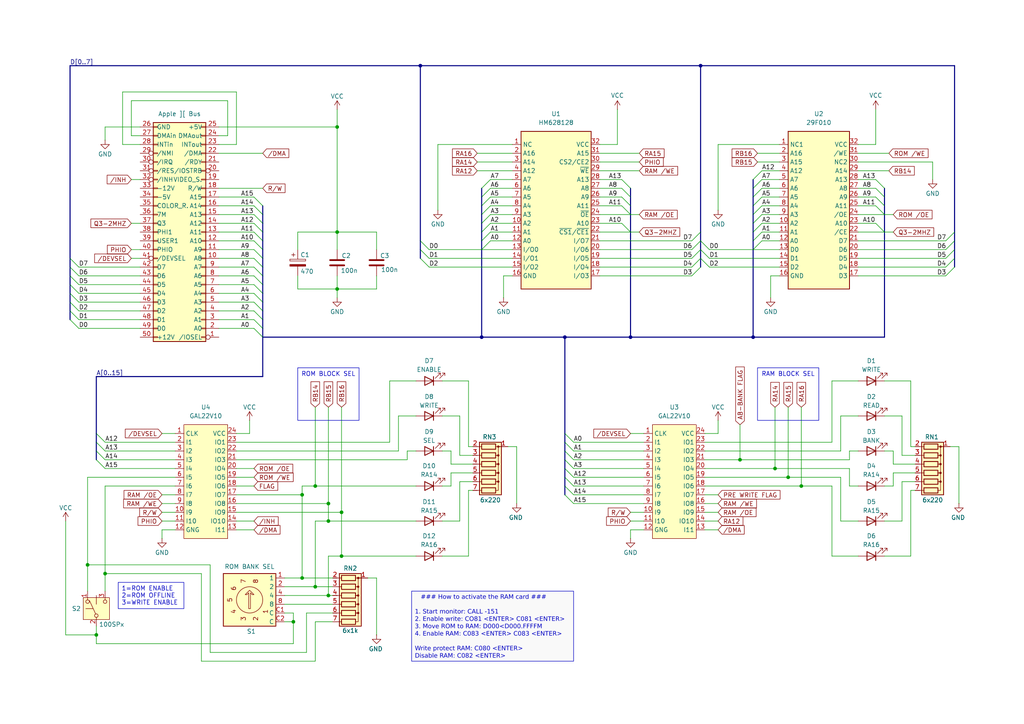
<source format=kicad_sch>
(kicad_sch (version 20250114) (generator "eeschema") (generator_version "9.0")
  (paper "A4")
  (title_block (title "APPLE ][ 128K RAM - 128K ROM  CARD GAL") (date "2025-02-23") (rev "R1"))
  (text_box "RAM BLOCK SEL" (at 219.71 106.68 0) (size 17.78 15.24) (margins 0.9525 0.9525 0.9525 0.9525) (effects (font (size 1.27 1.27)) (justify top)))
  (text_box "ROM BLOCK SEL" (at 86.36 106.68 0) (size 17.78 15.24) (margins 0.9525 0.9525 0.9525 0.9525) (effects (font (size 1.27 1.27)) (justify top)))
  (text_box "1=ROM ENABLE\n2=ROM OFFLINE\n3=WRITE ENABLE" (at 34.29 168.91 0) (size 19.05 7.62) (margins 0.9525 0.9525 0.9525 0.9525) (effects (font (size 1.27 1.27)) (justify left top)))
  (text_box "   ### How to activate the RAM card ###\n\n1. Start monitor: CALL -151\n2. Enable write: CO81 <ENTER> C081 <ENTER>\n3. Move ROM to RAM: D000<D000.FFFFM\n4. Enable RAM: C083 <ENTER> C083 <ENTER>\n\nWrite protect RAM: C080 <ENTER>\nDisable RAM: C082 <ENTER>" (at 119.38 171.45 0) (size 46.99 20.32) (margins 0.9525 0.9525 0.9525 0.9525) (fill (type color) (color 194 194 194 0.1)) (effects (font (size 1.27 1.27)) (justify left top)))
  (junction (at 97.79 83.82))
  (junction (at 139.7 97.79))
  (junction (at 224.79 135.89))
  (junction (at 30.48 166.37))
  (junction (at 214.63 133.35))
  (junction (at 95.25 172.72))
  (junction (at 228.6 138.43))
  (junction (at 25.4 163.83))
  (junction (at 99.06 148.59))
  (junction (at 99.06 161.29))
  (junction (at 91.44 170.18))
  (junction (at 85.09 180.34))
  (junction (at 97.79 36.83))
  (junction (at 97.79 67.31))
  (junction (at 182.88 97.79))
  (junction (at 121.92 19.05))
  (junction (at 27.94 184.15))
  (junction (at 87.63 167.64))
  (junction (at 95.25 146.05))
  (junction (at 163.83 97.79))
  (junction (at 95.25 151.13))
  (junction (at 87.63 143.51))
  (junction (at 232.41 140.97))
  (junction (at 203.2 19.05))
  (junction (at 218.44 97.79))
  (junction (at 91.44 140.97))
  (bus_entry (at 76.2 69.85) (size -2.54 -2.54))
  (bus_entry (at 163.83 128.27) (size 2.54 2.54))
  (bus_entry (at 139.7 69.85) (size 2.54 -2.54))
  (bus_entry (at 76.2 62.23) (size -2.54 -2.54))
  (bus_entry (at 218.44 54.61) (size 2.54 -2.54))
  (bus_entry (at 163.83 130.81) (size 2.54 2.54))
  (bus_entry (at 20.32 92.71) (size 2.54 2.54))
  (bus_entry (at 182.88 54.61) (size -2.54 -2.54))
  (bus_entry (at 139.7 59.69) (size 2.54 -2.54))
  (bus_entry (at 218.44 69.85) (size 2.54 -2.54))
  (bus_entry (at 163.83 140.97) (size 2.54 2.54))
  (bus_entry (at 256.54 59.69) (size -2.54 -2.54))
  (bus_entry (at 121.92 69.85) (size 2.54 2.54))
  (bus_entry (at 76.2 90.17) (size -2.54 -2.54))
  (bus_entry (at 182.88 67.31) (size -2.54 -2.54))
  (bus_entry (at 218.44 67.31) (size 2.54 -2.54))
  (bus_entry (at 218.44 64.77) (size 2.54 -2.54))
  (bus_entry (at 27.94 128.27) (size 2.54 2.54))
  (bus_entry (at 256.54 67.31) (size -2.54 -2.54))
  (bus_entry (at 76.2 67.31) (size -2.54 -2.54))
  (bus_entry (at 139.7 54.61) (size 2.54 -2.54))
  (bus_entry (at 182.88 62.23) (size -2.54 -2.54))
  (bus_entry (at 182.88 57.15) (size -2.54 -2.54))
  (bus_entry (at 256.54 57.15) (size -2.54 -2.54))
  (bus_entry (at 27.94 133.35) (size 2.54 2.54))
  (bus_entry (at 20.32 87.63) (size 2.54 2.54))
  (bus_entry (at 203.2 72.39) (size 2.54 2.54))
  (bus_entry (at 76.2 82.55) (size -2.54 -2.54))
  (bus_entry (at 218.44 52.07) (size 2.54 -2.54))
  (bus_entry (at 163.83 125.73) (size 2.54 2.54))
  (bus_entry (at 203.2 72.39) (size -2.54 2.54))
  (bus_entry (at 139.7 64.77) (size 2.54 -2.54))
  (bus_entry (at 218.44 59.69) (size 2.54 -2.54))
  (bus_entry (at 203.2 69.85) (size 2.54 2.54))
  (bus_entry (at 76.2 85.09) (size -2.54 -2.54))
  (bus_entry (at 76.2 92.71) (size -2.54 -2.54))
  (bus_entry (at 276.86 69.85) (size -2.54 2.54))
  (bus_entry (at 76.2 72.39) (size -2.54 -2.54))
  (bus_entry (at 276.86 67.31) (size -2.54 2.54))
  (bus_entry (at 163.83 143.51) (size 2.54 2.54))
  (bus_entry (at 203.2 67.31) (size -2.54 2.54))
  (bus_entry (at 203.2 69.85) (size -2.54 2.54))
  (bus_entry (at 20.32 82.55) (size 2.54 2.54))
  (bus_entry (at 203.2 74.93) (size 2.54 2.54))
  (bus_entry (at 218.44 72.39) (size 2.54 -2.54))
  (bus_entry (at 76.2 87.63) (size -2.54 -2.54))
  (bus_entry (at 27.94 130.81) (size 2.54 2.54))
  (bus_entry (at 76.2 95.25) (size -2.54 -2.54))
  (bus_entry (at 218.44 57.15) (size 2.54 -2.54))
  (bus_entry (at 203.2 74.93) (size -2.54 2.54))
  (bus_entry (at 203.2 77.47) (size -2.54 2.54))
  (bus_entry (at 76.2 64.77) (size -2.54 -2.54))
  (bus_entry (at 76.2 59.69) (size -2.54 -2.54))
  (bus_entry (at 20.32 77.47) (size 2.54 2.54))
  (bus_entry (at 121.92 74.93) (size 2.54 2.54))
  (bus_entry (at 76.2 80.01) (size -2.54 -2.54))
  (bus_entry (at 20.32 90.17) (size 2.54 2.54))
  (bus_entry (at 276.86 74.93) (size -2.54 2.54))
  (bus_entry (at 76.2 77.47) (size -2.54 -2.54))
  (bus_entry (at 163.83 135.89) (size 2.54 2.54))
  (bus_entry (at 27.94 125.73) (size 2.54 2.54))
  (bus_entry (at 20.32 80.01) (size 2.54 2.54))
  (bus_entry (at 276.86 77.47) (size -2.54 2.54))
  (bus_entry (at 163.83 138.43) (size 2.54 2.54))
  (bus_entry (at 182.88 59.69) (size -2.54 -2.54))
  (bus_entry (at 20.32 85.09) (size 2.54 2.54))
  (bus_entry (at 139.7 57.15) (size 2.54 -2.54))
  (bus_entry (at 139.7 72.39) (size 2.54 -2.54))
  (bus_entry (at 76.2 74.93) (size -2.54 -2.54))
  (bus_entry (at 139.7 62.23) (size 2.54 -2.54))
  (bus_entry (at 256.54 62.23) (size -2.54 -2.54))
  (bus_entry (at 163.83 133.35) (size 2.54 2.54))
  (bus_entry (at 256.54 54.61) (size -2.54 -2.54))
  (bus_entry (at 139.7 67.31) (size 2.54 -2.54))
  (bus_entry (at 76.2 97.79) (size -2.54 -2.54))
  (bus_entry (at 121.92 72.39) (size 2.54 2.54))
  (bus_entry (at 20.32 74.93) (size 2.54 2.54))
  (bus_entry (at 218.44 62.23) (size 2.54 -2.54))
  (bus_entry (at 276.86 72.39) (size -2.54 2.54))
  (bus (pts (xy 139.7 62.23) (xy 139.7 64.77)))
  (wire (pts (xy 248.92 49.53) (xy 257.81 49.53)))
  (wire (pts (xy 228.6 138.43) (xy 243.84 138.43)))
  (wire (pts (xy 118.11 130.81) (xy 120.65 130.81)))
  (wire (pts (xy 148.59 74.93) (xy 124.46 74.93)))
  (wire (pts (xy 109.22 80.01) (xy 109.22 83.82)))
  (wire (pts (xy 204.47 138.43) (xy 228.6 138.43)))
  (wire (pts (xy 95.25 172.72) (xy 96.52 172.72)))
  (wire (pts (xy 97.79 83.82) (xy 86.36 83.82)))
  (bus (pts (xy 218.44 72.39) (xy 218.44 97.79)))
  (wire (pts (xy 246.38 140.97) (xy 246.38 135.89)))
  (wire (pts (xy 82.55 167.64) (xy 87.63 167.64)))
  (wire (pts (xy 248.92 72.39) (xy 274.32 72.39)))
  (wire (pts (xy 166.37 133.35) (xy 186.69 133.35)))
  (bus (pts (xy 218.44 97.79) (xy 256.54 97.79)))
  (wire (pts (xy 30.48 166.37) (xy 30.48 171.45)))
  (wire (pts (xy 68.58 140.97) (xy 73.66 140.97)))
  (wire (pts (xy 27.94 186.69) (xy 27.94 184.15)))
  (wire (pts (xy 248.92 77.47) (xy 274.32 77.47)))
  (wire (pts (xy 63.5 82.55) (xy 73.66 82.55)))
  (wire (pts (xy 63.5 90.17) (xy 73.66 90.17)))
  (wire (pts (xy 38.1 64.77) (xy 40.64 64.77)))
  (wire (pts (xy 30.48 135.89) (xy 50.8 135.89)))
  (bus (pts (xy 182.88 54.61) (xy 182.88 57.15)))
  (wire (pts (xy 25.4 138.43) (xy 25.4 163.83)))
  (wire (pts (xy 27.94 181.61) (xy 27.94 184.15)))
  (wire (pts (xy 137.16 129.54) (xy 135.89 129.54)))
  (wire (pts (xy 66.04 29.21) (xy 66.04 39.37)))
  (wire (pts (xy 220.98 49.53) (xy 226.06 49.53)))
  (wire (pts (xy 166.37 138.43) (xy 186.69 138.43)))
  (wire (pts (xy 220.98 67.31) (xy 226.06 67.31)))
  (wire (pts (xy 259.08 137.16) (xy 259.08 140.97)))
  (bus (pts (xy 256.54 67.31) (xy 256.54 97.79)))
  (wire (pts (xy 68.58 151.13) (xy 73.66 151.13)))
  (wire (pts (xy 248.92 52.07) (xy 254 52.07)))
  (wire (pts (xy 259.08 134.62) (xy 259.08 130.81)))
  (wire (pts (xy 96.52 177.8) (xy 88.9 177.8)))
  (wire (pts (xy 265.43 134.62) (xy 259.08 134.62)))
  (wire (pts (xy 248.92 62.23) (xy 256.54 62.23)))
  (wire (pts (xy 248.92 41.91) (xy 254 41.91)))
  (bus (pts (xy 182.88 97.79) (xy 218.44 97.79)))
  (wire (pts (xy 182.88 148.59) (xy 186.69 148.59)))
  (wire (pts (xy 91.44 140.97) (xy 120.65 140.97)))
  (wire (pts (xy 248.92 69.85) (xy 274.32 69.85)))
  (wire (pts (xy 248.92 74.93) (xy 274.32 74.93)))
  (wire (pts (xy 97.79 80.01) (xy 97.79 83.82)))
  (wire (pts (xy 85.09 177.8) (xy 82.55 177.8)))
  (bus (pts (xy 76.2 92.71) (xy 76.2 95.25)))
  (wire (pts (xy 82.55 172.72) (xy 95.25 172.72)))
  (wire (pts (xy 68.58 138.43) (xy 73.66 138.43)))
  (wire (pts (xy 264.16 161.29) (xy 256.54 161.29)))
  (wire (pts (xy 72.39 125.73) (xy 72.39 121.92)))
  (bus (pts (xy 163.83 133.35) (xy 163.83 135.89)))
  (wire (pts (xy 142.24 64.77) (xy 148.59 64.77)))
  (bus (pts (xy 218.44 59.69) (xy 218.44 62.23)))
  (wire (pts (xy 223.52 80.01) (xy 223.52 86.36)))
  (wire (pts (xy 149.86 129.54) (xy 147.32 129.54)))
  (bus (pts (xy 139.7 67.31) (xy 139.7 69.85)))
  (bus (pts (xy 163.83 97.79) (xy 163.83 125.73)))
  (wire (pts (xy 173.99 54.61) (xy 180.34 54.61)))
  (wire (pts (xy 133.35 120.65) (xy 128.27 120.65)))
  (bus (pts (xy 139.7 57.15) (xy 139.7 59.69)))
  (wire (pts (xy 87.63 167.64) (xy 96.52 167.64)))
  (wire (pts (xy 99.06 161.29) (xy 120.65 161.29)))
  (wire (pts (xy 68.58 143.51) (xy 87.63 143.51)))
  (wire (pts (xy 220.98 62.23) (xy 226.06 62.23)))
  (wire (pts (xy 46.99 153.67) (xy 50.8 153.67)))
  (bus (pts (xy 256.54 62.23) (xy 256.54 59.69)))
  (wire (pts (xy 264.16 142.24) (xy 264.16 161.29)))
  (wire (pts (xy 85.09 177.8) (xy 85.09 180.34)))
  (wire (pts (xy 261.62 132.08) (xy 261.62 120.65)))
  (bus (pts (xy 76.2 67.31) (xy 76.2 69.85)))
  (wire (pts (xy 224.79 118.11) (xy 224.79 135.89)))
  (wire (pts (xy 63.5 95.25) (xy 73.66 95.25)))
  (bus (pts (xy 139.7 69.85) (xy 139.7 72.39)))
  (wire (pts (xy 246.38 130.81) (xy 248.92 130.81)))
  (wire (pts (xy 218.44 72.39) (xy 226.06 72.39)))
  (wire (pts (xy 248.92 54.61) (xy 254 54.61)))
  (bus (pts (xy 76.2 77.47) (xy 76.2 80.01)))
  (wire (pts (xy 204.47 130.81) (xy 243.84 130.81)))
  (wire (pts (xy 85.09 180.34) (xy 85.09 186.69)))
  (bus (pts (xy 139.7 59.69) (xy 139.7 62.23)))
  (wire (pts (xy 173.99 44.45) (xy 185.42 44.45)))
  (wire (pts (xy 30.48 140.97) (xy 30.48 166.37)))
  (wire (pts (xy 182.88 125.73) (xy 186.69 125.73)))
  (wire (pts (xy 38.1 39.37) (xy 38.1 29.21)))
  (wire (pts (xy 173.99 52.07) (xy 180.34 52.07)))
  (wire (pts (xy 135.89 161.29) (xy 128.27 161.29)))
  (wire (pts (xy 82.55 180.34) (xy 85.09 180.34)))
  (wire (pts (xy 124.46 72.39) (xy 139.7 72.39)))
  (wire (pts (xy 135.89 110.49) (xy 128.27 110.49)))
  (wire (pts (xy 219.71 44.45) (xy 226.06 44.45)))
  (wire (pts (xy 220.98 69.85) (xy 226.06 69.85)))
  (bus (pts (xy 20.32 74.93) (xy 20.32 77.47)))
  (wire (pts (xy 205.74 74.93) (xy 226.06 74.93)))
  (wire (pts (xy 46.99 146.05) (xy 50.8 146.05)))
  (wire (pts (xy 66.04 39.37) (xy 63.5 39.37)))
  (bus (pts (xy 20.32 19.05) (xy 20.32 74.93)))
  (bus (pts (xy 121.92 19.05) (xy 121.92 69.85)))
  (wire (pts (xy 270.51 52.07) (xy 270.51 46.99)))
  (wire (pts (xy 256.54 67.31) (xy 259.08 67.31)))
  (bus (pts (xy 218.44 62.23) (xy 218.44 64.77)))
  (bus (pts (xy 218.44 64.77) (xy 218.44 67.31)))
  (bus (pts (xy 76.2 90.17) (xy 76.2 92.71)))
  (wire (pts (xy 166.37 130.81) (xy 186.69 130.81)))
  (wire (pts (xy 63.5 59.69) (xy 73.66 59.69)))
  (wire (pts (xy 30.48 36.83) (xy 30.48 40.64)))
  (wire (pts (xy 40.64 36.83) (xy 30.48 36.83)))
  (bus (pts (xy 20.32 19.05) (xy 121.92 19.05)))
  (wire (pts (xy 173.99 59.69) (xy 180.34 59.69)))
  (wire (pts (xy 130.81 137.16) (xy 130.81 140.97)))
  (bus (pts (xy 76.2 59.69) (xy 76.2 62.23)))
  (bus (pts (xy 203.2 19.05) (xy 203.2 67.31)))
  (bus (pts (xy 76.2 87.63) (xy 76.2 90.17)))
  (bus (pts (xy 218.44 67.31) (xy 218.44 69.85)))
  (wire (pts (xy 109.22 167.64) (xy 109.22 184.15)))
  (wire (pts (xy 142.24 52.07) (xy 148.59 52.07)))
  (wire (pts (xy 246.38 140.97) (xy 248.92 140.97)))
  (wire (pts (xy 99.06 118.11) (xy 99.06 148.59)))
  (bus (pts (xy 20.32 77.47) (xy 20.32 80.01)))
  (wire (pts (xy 86.36 83.82) (xy 86.36 80.01)))
  (bus (pts (xy 121.92 19.05) (xy 203.2 19.05)))
  (wire (pts (xy 204.47 140.97) (xy 232.41 140.97)))
  (bus (pts (xy 76.2 97.79) (xy 76.2 109.22)))
  (wire (pts (xy 63.5 57.15) (xy 73.66 57.15)))
  (wire (pts (xy 137.16 137.16) (xy 130.81 137.16)))
  (wire (pts (xy 146.05 80.01) (xy 148.59 80.01)))
  (wire (pts (xy 173.99 46.99) (xy 185.42 46.99)))
  (wire (pts (xy 35.56 41.91) (xy 35.56 26.67)))
  (bus (pts (xy 203.2 67.31) (xy 203.2 69.85)))
  (wire (pts (xy 97.79 67.31) (xy 109.22 67.31)))
  (wire (pts (xy 137.16 132.08) (xy 133.35 132.08)))
  (bus (pts (xy 27.94 109.22) (xy 27.94 125.73)))
  (wire (pts (xy 138.43 49.53) (xy 148.59 49.53)))
  (wire (pts (xy 173.99 64.77) (xy 180.34 64.77)))
  (wire (pts (xy 243.84 120.65) (xy 248.92 120.65)))
  (wire (pts (xy 205.74 77.47) (xy 226.06 77.47)))
  (wire (pts (xy 38.1 29.21) (xy 66.04 29.21)))
  (bus (pts (xy 20.32 87.63) (xy 20.32 90.17)))
  (wire (pts (xy 38.1 72.39) (xy 40.64 72.39)))
  (wire (pts (xy 137.16 134.62) (xy 130.81 134.62)))
  (bus (pts (xy 139.7 54.61) (xy 139.7 57.15)))
  (bus (pts (xy 182.88 59.69) (xy 182.88 62.23)))
  (wire (pts (xy 63.5 44.45) (xy 76.2 44.45)))
  (wire (pts (xy 224.79 135.89) (xy 246.38 135.89)))
  (wire (pts (xy 113.03 110.49) (xy 120.65 110.49)))
  (bus (pts (xy 20.32 85.09) (xy 20.32 87.63)))
  (bus (pts (xy 163.83 135.89) (xy 163.83 138.43)))
  (bus (pts (xy 76.2 69.85) (xy 76.2 72.39)))
  (wire (pts (xy 182.88 153.67) (xy 182.88 156.21)))
  (bus (pts (xy 121.92 69.85) (xy 121.92 72.39)))
  (wire (pts (xy 142.24 69.85) (xy 148.59 69.85)))
  (wire (pts (xy 40.64 41.91) (xy 35.56 41.91)))
  (wire (pts (xy 63.5 92.71) (xy 73.66 92.71)))
  (wire (pts (xy 248.92 67.31) (xy 256.54 67.31)))
  (bus (pts (xy 163.83 140.97) (xy 163.83 143.51)))
  (wire (pts (xy 256.54 62.23) (xy 259.08 62.23)))
  (wire (pts (xy 87.63 140.97) (xy 87.63 143.51)))
  (wire (pts (xy 264.16 110.49) (xy 256.54 110.49)))
  (wire (pts (xy 63.5 85.09) (xy 73.66 85.09)))
  (wire (pts (xy 142.24 67.31) (xy 148.59 67.31)))
  (wire (pts (xy 204.47 133.35) (xy 214.63 133.35)))
  (wire (pts (xy 241.3 110.49) (xy 248.92 110.49)))
  (wire (pts (xy 182.88 62.23) (xy 185.42 62.23)))
  (bus (pts (xy 27.94 125.73) (xy 27.94 128.27)))
  (wire (pts (xy 166.37 135.89) (xy 186.69 135.89)))
  (wire (pts (xy 173.99 80.01) (xy 200.66 80.01)))
  (wire (pts (xy 22.86 90.17) (xy 40.64 90.17)))
  (wire (pts (xy 205.74 72.39) (xy 218.44 72.39)))
  (wire (pts (xy 173.99 77.47) (xy 200.66 77.47)))
  (wire (pts (xy 261.62 151.13) (xy 256.54 151.13)))
  (bus (pts (xy 139.7 72.39) (xy 139.7 97.79)))
  (wire (pts (xy 182.88 153.67) (xy 186.69 153.67)))
  (wire (pts (xy 265.43 139.7) (xy 261.62 139.7)))
  (wire (pts (xy 220.98 54.61) (xy 226.06 54.61)))
  (wire (pts (xy 149.86 129.54) (xy 149.86 146.05)))
  (wire (pts (xy 173.99 49.53) (xy 185.42 49.53)))
  (bus (pts (xy 218.44 52.07) (xy 218.44 54.61)))
  (wire (pts (xy 22.86 95.25) (xy 40.64 95.25)))
  (wire (pts (xy 30.48 133.35) (xy 50.8 133.35)))
  (wire (pts (xy 46.99 153.67) (xy 46.99 156.21)))
  (wire (pts (xy 278.13 129.54) (xy 278.13 146.05)))
  (wire (pts (xy 173.99 62.23) (xy 182.88 62.23)))
  (bus (pts (xy 276.86 69.85) (xy 276.86 72.39)))
  (wire (pts (xy 166.37 143.51) (xy 186.69 143.51)))
  (wire (pts (xy 63.5 69.85) (xy 73.66 69.85)))
  (wire (pts (xy 246.38 133.35) (xy 246.38 130.81)))
  (wire (pts (xy 46.99 151.13) (xy 50.8 151.13)))
  (wire (pts (xy 40.64 39.37) (xy 38.1 39.37)))
  (bus (pts (xy 76.2 82.55) (xy 76.2 85.09)))
  (wire (pts (xy 97.79 36.83) (xy 97.79 67.31)))
  (wire (pts (xy 135.89 142.24) (xy 135.89 161.29)))
  (wire (pts (xy 270.51 46.99) (xy 248.92 46.99)))
  (wire (pts (xy 91.44 191.77) (xy 58.42 191.77)))
  (wire (pts (xy 204.47 135.89) (xy 224.79 135.89)))
  (bus (pts (xy 203.2 74.93) (xy 203.2 77.47)))
  (wire (pts (xy 228.6 118.11) (xy 228.6 138.43)))
  (wire (pts (xy 248.92 44.45) (xy 257.81 44.45)))
  (wire (pts (xy 68.58 41.91) (xy 63.5 41.91)))
  (wire (pts (xy 30.48 128.27) (xy 50.8 128.27)))
  (wire (pts (xy 142.24 57.15) (xy 148.59 57.15)))
  (wire (pts (xy 88.9 177.8) (xy 88.9 189.23)))
  (wire (pts (xy 248.92 59.69) (xy 254 59.69)))
  (wire (pts (xy 220.98 52.07) (xy 226.06 52.07)))
  (bus (pts (xy 27.94 130.81) (xy 27.94 133.35)))
  (bus (pts (xy 256.54 67.31) (xy 256.54 62.23)))
  (wire (pts (xy 99.06 161.29) (xy 95.25 161.29)))
  (bus (pts (xy 163.83 125.73) (xy 163.83 128.27)))
  (wire (pts (xy 95.25 118.11) (xy 95.25 146.05)))
  (bus (pts (xy 76.2 74.93) (xy 76.2 77.47)))
  (wire (pts (xy 135.89 129.54) (xy 135.89 110.49)))
  (wire (pts (xy 30.48 166.37) (xy 58.42 166.37)))
  (wire (pts (xy 113.03 128.27) (xy 68.58 128.27)))
  (wire (pts (xy 219.71 46.99) (xy 226.06 46.99)))
  (bus (pts (xy 218.44 69.85) (xy 218.44 72.39)))
  (wire (pts (xy 68.58 125.73) (xy 72.39 125.73)))
  (bus (pts (xy 163.83 97.79) (xy 139.7 97.79)))
  (wire (pts (xy 241.3 128.27) (xy 241.3 110.49)))
  (wire (pts (xy 95.25 161.29) (xy 95.25 172.72)))
  (wire (pts (xy 208.28 151.13) (xy 204.47 151.13)))
  (wire (pts (xy 243.84 151.13) (xy 248.92 151.13)))
  (bus (pts (xy 182.88 67.31) (xy 182.88 97.79)))
  (wire (pts (xy 173.99 74.93) (xy 200.66 74.93)))
  (wire (pts (xy 278.13 129.54) (xy 275.59 129.54)))
  (bus (pts (xy 20.32 90.17) (xy 20.32 92.71)))
  (wire (pts (xy 133.35 151.13) (xy 128.27 151.13)))
  (bus (pts (xy 76.2 72.39) (xy 76.2 74.93)))
  (bus (pts (xy 20.32 82.55) (xy 20.32 85.09)))
  (wire (pts (xy 130.81 130.81) (xy 128.27 130.81)))
  (wire (pts (xy 138.43 44.45) (xy 148.59 44.45)))
  (wire (pts (xy 264.16 129.54) (xy 264.16 110.49)))
  (wire (pts (xy 241.3 161.29) (xy 241.3 140.97)))
  (bus (pts (xy 163.83 128.27) (xy 163.83 130.81)))
  (wire (pts (xy 60.96 189.23) (xy 60.96 163.83)))
  (wire (pts (xy 259.08 140.97) (xy 256.54 140.97)))
  (wire (pts (xy 109.22 167.64) (xy 106.68 167.64)))
  (wire (pts (xy 96.52 180.34) (xy 91.44 180.34)))
  (wire (pts (xy 232.41 140.97) (xy 241.3 140.97)))
  (wire (pts (xy 22.86 80.01) (xy 40.64 80.01)))
  (bus (pts (xy 76.2 62.23) (xy 76.2 64.77)))
  (wire (pts (xy 127 41.91) (xy 127 60.96)))
  (wire (pts (xy 259.08 130.81) (xy 256.54 130.81)))
  (wire (pts (xy 115.57 130.81) (xy 68.58 130.81)))
  (wire (pts (xy 46.99 148.59) (xy 50.8 148.59)))
  (wire (pts (xy 173.99 41.91) (xy 179.07 41.91)))
  (wire (pts (xy 115.57 120.65) (xy 120.65 120.65)))
  (bus (pts (xy 256.54 57.15) (xy 256.54 54.61)))
  (wire (pts (xy 19.05 184.15) (xy 19.05 151.13)))
  (wire (pts (xy 261.62 139.7) (xy 261.62 151.13)))
  (wire (pts (xy 97.79 83.82) (xy 109.22 83.82)))
  (wire (pts (xy 95.25 151.13) (xy 91.44 151.13)))
  (wire (pts (xy 173.99 69.85) (xy 200.66 69.85)))
  (wire (pts (xy 142.24 62.23) (xy 148.59 62.23)))
  (wire (pts (xy 30.48 130.81) (xy 50.8 130.81)))
  (bus (pts (xy 203.2 72.39) (xy 203.2 74.93)))
  (wire (pts (xy 68.58 146.05) (xy 95.25 146.05)))
  (wire (pts (xy 63.5 77.47) (xy 73.66 77.47)))
  (bus (pts (xy 256.54 59.69) (xy 256.54 57.15)))
  (wire (pts (xy 220.98 57.15) (xy 226.06 57.15)))
  (wire (pts (xy 118.11 133.35) (xy 68.58 133.35)))
  (wire (pts (xy 35.56 26.67) (xy 68.58 26.67)))
  (wire (pts (xy 127 41.91) (xy 148.59 41.91)))
  (wire (pts (xy 204.47 125.73) (xy 208.28 125.73)))
  (wire (pts (xy 97.79 67.31) (xy 97.79 72.39)))
  (wire (pts (xy 113.03 110.49) (xy 113.03 128.27)))
  (wire (pts (xy 91.44 180.34) (xy 91.44 191.77)))
  (wire (pts (xy 46.99 125.73) (xy 50.8 125.73)))
  (wire (pts (xy 248.92 64.77) (xy 254 64.77)))
  (wire (pts (xy 138.43 46.99) (xy 148.59 46.99)))
  (bus (pts (xy 20.32 80.01) (xy 20.32 82.55)))
  (wire (pts (xy 63.5 67.31) (xy 73.66 67.31)))
  (wire (pts (xy 46.99 143.51) (xy 50.8 143.51)))
  (wire (pts (xy 182.88 151.13) (xy 186.69 151.13)))
  (wire (pts (xy 97.79 83.82) (xy 97.79 86.36)))
  (wire (pts (xy 63.5 72.39) (xy 73.66 72.39)))
  (wire (pts (xy 204.47 153.67) (xy 208.28 153.67)))
  (bus (pts (xy 76.2 80.01) (xy 76.2 82.55)))
  (wire (pts (xy 63.5 80.01) (xy 73.66 80.01)))
  (wire (pts (xy 63.5 87.63) (xy 73.66 87.63)))
  (wire (pts (xy 87.63 143.51) (xy 87.63 167.64)))
  (wire (pts (xy 63.5 64.77) (xy 73.66 64.77)))
  (wire (pts (xy 223.52 80.01) (xy 226.06 80.01)))
  (bus (pts (xy 76.2 95.25) (xy 76.2 97.79)))
  (wire (pts (xy 91.44 140.97) (xy 87.63 140.97)))
  (wire (pts (xy 27.94 184.15) (xy 19.05 184.15)))
  (wire (pts (xy 25.4 163.83) (xy 25.4 171.45)))
  (wire (pts (xy 22.86 92.71) (xy 40.64 92.71)))
  (wire (pts (xy 118.11 130.81) (xy 118.11 133.35)))
  (wire (pts (xy 243.84 130.81) (xy 243.84 120.65)))
  (wire (pts (xy 82.55 175.26) (xy 96.52 175.26)))
  (wire (pts (xy 82.55 170.18) (xy 91.44 170.18)))
  (wire (pts (xy 58.42 191.77) (xy 58.42 166.37)))
  (wire (pts (xy 133.35 132.08) (xy 133.35 120.65)))
  (wire (pts (xy 124.46 77.47) (xy 148.59 77.47)))
  (wire (pts (xy 265.43 129.54) (xy 264.16 129.54)))
  (wire (pts (xy 63.5 36.83) (xy 97.79 36.83)))
  (wire (pts (xy 248.92 80.01) (xy 274.32 80.01)))
  (wire (pts (xy 130.81 134.62) (xy 130.81 130.81)))
  (wire (pts (xy 220.98 59.69) (xy 226.06 59.69)))
  (bus (pts (xy 276.86 67.31) (xy 276.86 69.85)))
  (wire (pts (xy 115.57 120.65) (xy 115.57 130.81)))
  (wire (pts (xy 63.5 54.61) (xy 76.2 54.61)))
  (wire (pts (xy 204.47 143.51) (xy 208.28 143.51)))
  (wire (pts (xy 99.06 148.59) (xy 99.06 161.29)))
  (bus (pts (xy 76.2 109.22) (xy 27.94 109.22)))
  (bus (pts (xy 163.83 130.81) (xy 163.83 133.35)))
  (wire (pts (xy 63.5 74.93) (xy 73.66 74.93)))
  (wire (pts (xy 214.63 123.19) (xy 214.63 133.35)))
  (wire (pts (xy 248.92 161.29) (xy 241.3 161.29)))
  (bus (pts (xy 139.7 97.79) (xy 76.2 97.79)))
  (wire (pts (xy 97.79 31.75) (xy 97.79 36.83)))
  (wire (pts (xy 142.24 59.69) (xy 148.59 59.69)))
  (wire (pts (xy 38.1 52.07) (xy 40.64 52.07)))
  (wire (pts (xy 204.47 128.27) (xy 241.3 128.27)))
  (wire (pts (xy 68.58 26.67) (xy 68.58 41.91)))
  (wire (pts (xy 261.62 120.65) (xy 256.54 120.65)))
  (wire (pts (xy 91.44 151.13) (xy 91.44 170.18)))
  (wire (pts (xy 68.58 153.67) (xy 73.66 153.67)))
  (bus (pts (xy 182.88 57.15) (xy 182.88 59.69)))
  (wire (pts (xy 166.37 140.97) (xy 186.69 140.97)))
  (wire (pts (xy 146.05 80.01) (xy 146.05 86.36)))
  (wire (pts (xy 85.09 186.69) (xy 27.94 186.69)))
  (wire (pts (xy 22.86 82.55) (xy 40.64 82.55)))
  (wire (pts (xy 166.37 128.27) (xy 186.69 128.27)))
  (wire (pts (xy 88.9 189.23) (xy 60.96 189.23)))
  (wire (pts (xy 86.36 72.39) (xy 86.36 67.31)))
  (wire (pts (xy 109.22 67.31) (xy 109.22 72.39)))
  (wire (pts (xy 130.81 140.97) (xy 128.27 140.97)))
  (wire (pts (xy 173.99 72.39) (xy 200.66 72.39)))
  (wire (pts (xy 91.44 118.11) (xy 91.44 140.97)))
  (wire (pts (xy 86.36 67.31) (xy 97.79 67.31)))
  (wire (pts (xy 248.92 57.15) (xy 254 57.15)))
  (wire (pts (xy 179.07 31.75) (xy 179.07 41.91)))
  (wire (pts (xy 265.43 142.24) (xy 264.16 142.24)))
  (bus (pts (xy 27.94 128.27) (xy 27.94 130.81)))
  (bus (pts (xy 203.2 19.05) (xy 276.86 19.05)))
  (bus (pts (xy 76.2 64.77) (xy 76.2 67.31)))
  (wire (pts (xy 38.1 74.93) (xy 40.64 74.93)))
  (bus (pts (xy 276.86 74.93) (xy 276.86 77.47)))
  (wire (pts (xy 173.99 57.15) (xy 180.34 57.15)))
  (wire (pts (xy 142.24 54.61) (xy 148.59 54.61)))
  (bus (pts (xy 218.44 57.15) (xy 218.44 59.69)))
  (wire (pts (xy 204.47 148.59) (xy 208.28 148.59)))
  (wire (pts (xy 25.4 163.83) (xy 60.96 163.83)))
  (wire (pts (xy 208.28 41.91) (xy 208.28 60.96)))
  (wire (pts (xy 182.88 67.31) (xy 185.42 67.31)))
  (wire (pts (xy 208.28 125.73) (xy 208.28 121.92)))
  (wire (pts (xy 133.35 139.7) (xy 133.35 151.13)))
  (wire (pts (xy 214.63 133.35) (xy 246.38 133.35)))
  (wire (pts (xy 25.4 138.43) (xy 50.8 138.43)))
  (wire (pts (xy 95.25 146.05) (xy 95.25 151.13)))
  (bus (pts (xy 276.86 19.05) (xy 276.86 67.31)))
  (wire (pts (xy 166.37 146.05) (xy 186.69 146.05)))
  (wire (pts (xy 226.06 41.91) (xy 208.28 41.91)))
  (wire (pts (xy 243.84 151.13) (xy 243.84 138.43)))
  (wire (pts (xy 204.47 146.05) (xy 208.28 146.05)))
  (bus (pts (xy 276.86 72.39) (xy 276.86 74.93)))
  (wire (pts (xy 68.58 148.59) (xy 99.06 148.59)))
  (bus (pts (xy 218.44 54.61) (xy 218.44 57.15)))
  (wire (pts (xy 232.41 118.11) (xy 232.41 140.97)))
  (wire (pts (xy 139.7 72.39) (xy 148.59 72.39)))
  (wire (pts (xy 254 31.75) (xy 254 41.91)))
  (wire (pts (xy 173.99 67.31) (xy 182.88 67.31)))
  (wire (pts (xy 265.43 137.16) (xy 259.08 137.16)))
  (bus (pts (xy 139.7 64.77) (xy 139.7 67.31)))
  (bus (pts (xy 163.83 138.43) (xy 163.83 140.97)))
  (wire (pts (xy 22.86 87.63) (xy 40.64 87.63)))
  (bus (pts (xy 182.88 62.23) (xy 182.88 67.31)))
  (wire (pts (xy 137.16 139.7) (xy 133.35 139.7)))
  (bus (pts (xy 203.2 69.85) (xy 203.2 72.39)))
  (wire (pts (xy 95.25 151.13) (xy 120.65 151.13)))
  (wire (pts (xy 137.16 142.24) (xy 135.89 142.24)))
  (wire (pts (xy 30.48 140.97) (xy 50.8 140.97)))
  (bus (pts (xy 163.83 97.79) (xy 182.88 97.79)))
  (wire (pts (xy 22.86 85.09) (xy 40.64 85.09)))
  (bus (pts (xy 121.92 72.39) (xy 121.92 74.93)))
  (wire (pts (xy 265.43 132.08) (xy 261.62 132.08)))
  (bus (pts (xy 76.2 85.09) (xy 76.2 87.63)))
  (wire (pts (xy 68.58 135.89) (xy 73.66 135.89)))
  (wire (pts (xy 91.44 170.18) (xy 96.52 170.18)))
  (wire (pts (xy 220.98 64.77) (xy 226.06 64.77)))
  (wire (pts (xy 22.86 77.47) (xy 40.64 77.47)))
  (wire (pts (xy 63.5 62.23) (xy 73.66 62.23)))
  (label "A5" (at 69.85 82.55 0))
  (label "A3" (at 220.98 62.23 0))
  (label "A13" (at 166.37 140.97 0))
  (label "A9" (at 69.85 72.39 0))
  (label "A11" (at 69.85 67.31 0))
  (label "D0" (at 205.74 72.39 0))
  (label "A14" (at 69.85 59.69 0))
  (label "A6" (at 69.85 80.01 0))
  (label "A6" (at 142.24 54.61 0))
  (label "A0" (at 142.24 69.85 0))
  (label "A10" (at 250.19 64.77 0))
  (label "D3" (at 198.12 80.01 0))
  (label "A9" (at 250.19 57.15 0))
  (label "D4" (at 198.12 77.47 0))
  (label "A13" (at 30.48 130.81 0))
  (label "D3" (at 271.78 80.01 0))
  (label "A13" (at 69.85 62.23 0))
  (label "D[0..7]" (at 20.32 19.05 0))
  (label "D6" (at 198.12 72.39 0))
  (label "A5" (at 220.98 57.15 0))
  (label "A1" (at 220.98 67.31 0))
  (label "A13" (at 250.19 52.07 0))
  (label "A12" (at 30.48 128.27 0))
  (label "A8" (at 69.85 74.93 0))
  (label "D6" (at 271.78 72.39 0))
  (label "D1" (at 124.46 74.93 0))
  (label "A0" (at 69.85 95.25 0))
  (label "A11" (at 176.53 59.69 0))
  (label "A7" (at 220.98 52.07 0))
  (label "D4" (at 22.86 85.09 0))
  (label "A15" (at 69.85 57.15 0))
  (label "D2" (at 205.74 77.47 0))
  (label "D0" (at 22.86 95.25 0))
  (label "A12" (at 220.98 49.53 0))
  (label "A7" (at 69.85 77.47 0))
  (label "D1" (at 22.86 92.71 0))
  (label "A12" (at 166.37 138.43 0))
  (label "A2" (at 220.98 64.77 0))
  (label "A5" (at 142.24 57.15 0))
  (label "A11" (at 250.19 59.69 0))
  (label "A8" (at 250.19 54.61 0))
  (label "A15" (at 166.37 146.05 0))
  (label "D2" (at 124.46 77.47 0))
  (label "A1" (at 69.85 92.71 0))
  (label "A[0..15]" (at 27.94 109.22 0))
  (label "D7" (at 22.86 77.47 0))
  (label "A1" (at 166.37 130.81 0))
  (label "A14" (at 166.37 143.51 0))
  (label "A15" (at 30.48 135.89 0))
  (label "D6" (at 22.86 80.01 0))
  (label "A3" (at 69.85 87.63 0))
  (label "A2" (at 166.37 133.35 0))
  (label "A2" (at 69.85 90.17 0))
  (label "A10" (at 69.85 69.85 0))
  (label "A3" (at 166.37 135.89 0))
  (label "A12" (at 69.85 64.77 0))
  (label "A13" (at 176.53 52.07 0))
  (label "A10" (at 176.53 64.77 0))
  (label "A8" (at 176.53 54.61 0))
  (label "A2" (at 142.24 64.77 0))
  (label "D5" (at 271.78 74.93 0))
  (label "D3" (at 22.86 87.63 0))
  (label "D2" (at 22.86 90.17 0))
  (label "A4" (at 220.98 59.69 0))
  (label "A14" (at 30.48 133.35 0))
  (label "A0" (at 166.37 128.27 0))
  (label "D0" (at 124.46 72.39 0))
  (label "A7" (at 142.24 52.07 0))
  (label "A0" (at 220.98 69.85 0))
  (label "D4" (at 271.78 77.47 0))
  (label "A9" (at 176.53 57.15 0))
  (label "A3" (at 142.24 62.23 0))
  (label "D5" (at 198.12 74.93 0))
  (label "D1" (at 205.74 74.93 0))
  (label "A4" (at 69.85 85.09 0))
  (label "A4" (at 142.24 59.69 0))
  (label "D7" (at 198.12 69.85 0))
  (label "A6" (at 220.98 54.61 0))
  (label "D7" (at 271.78 69.85 0))
  (label "D5" (at 22.86 82.55 0))
  (label "A1" (at 142.24 67.31 0))
  (global_label "Q3-2MHZ" (shape input) (at 38.1 64.77 180) (property "Intersheetrefs" "${INTERSHEET_REFS}" (effects (hide yes))))
  (global_label "{slash}DEVSEL" (shape input) (at 46.99 125.73 180) (property "Intersheetrefs" "${INTERSHEET_REFS}" (effects (hide yes))))
  (global_label "RAM {slash}WE" (shape input) (at 208.28 146.05 0) (property "Intersheetrefs" "${INTERSHEET_REFS}" (effects (hide yes))))
  (global_label "PRE WRITE FLAG" (shape input) (at 208.28 143.51 0) (property "Intersheetrefs" "${INTERSHEET_REFS}" (effects (hide yes))))
  (global_label "RB16" (shape input) (at 219.71 44.45 180) (property "Intersheetrefs" "${INTERSHEET_REFS}" (effects (hide yes))))
  (global_label "RA16" (shape input) (at 138.43 44.45 180) (property "Intersheetrefs" "${INTERSHEET_REFS}" (effects (hide yes))))
  (global_label "RB14" (shape input) (at 91.44 118.11 90) (property "Intersheetrefs" "${INTERSHEET_REFS}" (effects (hide yes))))
  (global_label "RA12" (shape input) (at 208.28 151.13 0) (property "Intersheetrefs" "${INTERSHEET_REFS}" (effects (hide yes))))
  (global_label "ROM {slash}OE" (shape input) (at 73.66 135.89 0) (property "Intersheetrefs" "${INTERSHEET_REFS}" (effects (hide yes))))
  (global_label "R{slash}W" (shape input) (at 76.2 54.61 0) (property "Intersheetrefs" "${INTERSHEET_REFS}" (effects (hide yes))))
  (global_label "RA12" (shape input) (at 138.43 49.53 180) (property "Intersheetrefs" "${INTERSHEET_REFS}" (effects (hide yes))))
  (global_label "RB15" (shape input) (at 95.25 118.11 90) (property "Intersheetrefs" "${INTERSHEET_REFS}" (effects (hide yes))))
  (global_label "RA16" (shape input) (at 232.41 118.11 90) (property "Intersheetrefs" "${INTERSHEET_REFS}" (effects (hide yes))))
  (global_label "PHIO" (shape input) (at 38.1 72.39 180) (property "Intersheetrefs" "${INTERSHEET_REFS}" (effects (hide yes))))
  (global_label "{slash}DMA" (shape input) (at 208.28 153.67 0) (property "Intersheetrefs" "${INTERSHEET_REFS}" (effects (hide yes))))
  (global_label "RAM {slash}OE" (shape input) (at 46.99 143.51 180) (property "Intersheetrefs" "${INTERSHEET_REFS}" (effects (hide yes))))
  (global_label "RA14" (shape input) (at 138.43 46.99 180) (property "Intersheetrefs" "${INTERSHEET_REFS}" (effects (hide yes))))
  (global_label "RA15" (shape input) (at 185.42 44.45 0) (property "Intersheetrefs" "${INTERSHEET_REFS}" (effects (hide yes))))
  (global_label "{slash}DMA" (shape input) (at 73.66 153.67 0) (property "Intersheetrefs" "${INTERSHEET_REFS}" (effects (hide yes))))
  (global_label "RB14" (shape input) (at 257.81 49.53 0) (property "Intersheetrefs" "${INTERSHEET_REFS}" (effects (hide yes))))
  (global_label "{slash}DEVSEL" (shape input) (at 38.1 74.93 180) (property "Intersheetrefs" "${INTERSHEET_REFS}" (effects (hide yes))))
  (global_label "RB15" (shape input) (at 219.71 46.99 180) (property "Intersheetrefs" "${INTERSHEET_REFS}" (effects (hide yes))))
  (global_label "PHIO" (shape input) (at 46.99 151.13 180) (property "Intersheetrefs" "${INTERSHEET_REFS}" (effects (hide yes))))
  (global_label "RA14" (shape input) (at 224.79 118.11 90) (property "Intersheetrefs" "${INTERSHEET_REFS}" (effects (hide yes))))
  (global_label "ROM {slash}WE" (shape input) (at 257.81 44.45 0) (property "Intersheetrefs" "${INTERSHEET_REFS}" (effects (hide yes))))
  (global_label "ROM {slash}WE" (shape input) (at 73.66 138.43 0) (property "Intersheetrefs" "${INTERSHEET_REFS}" (effects (hide yes))))
  (global_label "R{slash}W" (shape input) (at 182.88 148.59 180) (property "Intersheetrefs" "${INTERSHEET_REFS}" (effects (hide yes))))
  (global_label "R{slash}W" (shape input) (at 46.99 148.59 180) (property "Intersheetrefs" "${INTERSHEET_REFS}" (effects (hide yes))))
  (global_label "PHIO" (shape input) (at 182.88 151.13 180) (property "Intersheetrefs" "${INTERSHEET_REFS}" (effects (hide yes))))
  (global_label "RA15" (shape input) (at 228.6 118.11 90) (property "Intersheetrefs" "${INTERSHEET_REFS}" (effects (hide yes))))
  (global_label "Q3-2MHZ" (shape input) (at 259.08 67.31 0) (property "Intersheetrefs" "${INTERSHEET_REFS}" (effects (hide yes))))
  (global_label "{slash}INH" (shape input) (at 73.66 151.13 0) (property "Intersheetrefs" "${INTERSHEET_REFS}" (effects (hide yes))))
  (global_label "RAM {slash}WE" (shape input) (at 185.42 49.53 0) (property "Intersheetrefs" "${INTERSHEET_REFS}" (effects (hide yes))))
  (global_label "RAM {slash}OE" (shape input) (at 185.42 62.23 0) (property "Intersheetrefs" "${INTERSHEET_REFS}" (effects (hide yes))))
  (global_label "RAM {slash}WE" (shape input) (at 46.99 146.05 180) (property "Intersheetrefs" "${INTERSHEET_REFS}" (effects (hide yes))))
  (global_label "{slash}DMA" (shape input) (at 76.2 44.45 0) (property "Intersheetrefs" "${INTERSHEET_REFS}" (effects (hide yes))))
  (global_label "RB16" (shape input) (at 99.06 118.11 90) (property "Intersheetrefs" "${INTERSHEET_REFS}" (effects (hide yes))))
  (global_label "AB-BANK FLAG" (shape input) (at 214.63 123.19 90) (property "Intersheetrefs" "${INTERSHEET_REFS}" (effects (hide yes))))
  (global_label "{slash}INH" (shape input) (at 38.1 52.07 180) (property "Intersheetrefs" "${INTERSHEET_REFS}" (effects (hide yes))))
  (global_label "RAM {slash}OE" (shape input) (at 208.28 148.59 0) (property "Intersheetrefs" "${INTERSHEET_REFS}" (effects (hide yes))))
  (global_label "ROM {slash}OE" (shape input) (at 259.08 62.23 0) (property "Intersheetrefs" "${INTERSHEET_REFS}" (effects (hide yes))))
  (global_label "Q3-2MHZ" (shape input) (at 185.42 67.31 0) (property "Intersheetrefs" "${INTERSHEET_REFS}" (effects (hide yes))))
  (global_label "PHIO" (shape input) (at 185.42 46.99 0) (property "Intersheetrefs" "${INTERSHEET_REFS}" (effects (hide yes))))
  (global_label "FLAG" (shape input) (at 73.66 140.97 0) (property "Intersheetrefs" "${INTERSHEET_REFS}" (effects (hide yes))))
  (global_label "{slash}DEVSEL" (shape input) (at 182.88 125.73 180) (property "Intersheetrefs" "${INTERSHEET_REFS}" (effects (hide yes))))
  (symbol (lib_id "Device:LED") (at 124.46 161.29 180) (unit 1)
    (property "Reference" "D12" (at 124.46 155.448 0))
    (property "Value" "RA16" (at 124.46 157.988 0))
    (property "Footprint" "Apple:LED_WP1503CB_GD" (effects (hide yes)))
    (property "Description" "Light emitting diode" (effects (hide yes)))
    (property "Sim.Pins" "1=K 2=A" (effects (hide yes)))
  )
  (symbol (lib_id "power:GND") (at 46.99 156.21 0) (unit 1)
    (property "Reference" "#PWR013" (effects (hide yes)))
    (property "Value" "GND" (at 46.99 160.274 0))
    (property "Description" "Power symbol creates a global label with name \"GND\" , ground" (effects (hide yes)))
  )
  (symbol (lib_id "Device:LED") (at 252.73 140.97 180) (unit 1)
    (property "Reference" "D4" (at 252.73 135.128 0))
    (property "Value" "RA14" (at 252.73 137.668 0))
    (property "Footprint" "Apple:LED_WP1503CB_GD" (effects (hide yes)))
    (property "Description" "Light emitting diode" (effects (hide yes)))
    (property "Sim.Pins" "1=K 2=A" (effects (hide yes)))
  )
  (symbol (lib_id "Apple:Apple ][ Bus") (at 52.07 68.58 0) (unit 1)
    (property "Reference" "J1" (effects (hide yes)))
    (property "Value" "Apple ][ Bus" (at 52.07 33.02 0))
    (property "Footprint" "Apple:Apple ][ Bus" (effects (hide yes)))
    (property "Description" "Generic connector, double row, 02x25, counter clockwise pin numbering scheme (similar to DIP packge numbering), script generated (kicad-library-utils/schlib/autogen/connector/)" (effects (hide yes)))
  )
  (symbol (lib_id "power:GND") (at 270.51 52.07 0) (unit 1)
    (property "Reference" "#PWR019" (effects (hide yes)))
    (property "Value" "GND" (at 270.51 56.134 0))
    (property "Description" "Power symbol creates a global label with name \"GND\" , ground" (effects (hide yes)))
  )
  (symbol (lib_id "power:GND") (at 146.05 86.36 0) (unit 1)
    (property "Reference" "#PWR06" (effects (hide yes)))
    (property "Value" "GND" (at 146.05 90.424 0))
    (property "Description" "Power symbol creates a global label with name \"GND\" , ground" (effects (hide yes)))
  )
  (symbol (lib_id "power:VCC") (at 208.28 121.92 0) (unit 1)
    (property "Reference" "#PWR03" (effects (hide yes)))
    (property "Value" "VCC" (at 208.28 118.11 0))
    (property "Description" "Power symbol creates a global label with name \"VCC\"" (effects (hide yes)))
  )
  (symbol (lib_id "Apple:29F010") (at 237.49 59.69 0) (unit 1)
    (property "Reference" "U2" (at 237.49 33.02 0))
    (property "Value" "29F010" (at 237.49 35.56 0))
    (property "Footprint" "Package_DIP:DIP-32_W15.24mm_LongPads" (effects (hide yes)))
  )
  (symbol (lib_id "Device:LED") (at 252.73 161.29 180) (unit 1)
    (property "Reference" "D6" (at 252.73 155.448 0))
    (property "Value" "RA16" (at 252.73 157.988 0))
    (property "Footprint" "Apple:LED_WP1503CB_GD" (effects (hide yes)))
    (property "Description" "Light emitting diode" (effects (hide yes)))
    (property "Sim.Pins" "1=K 2=A" (effects (hide yes)))
  )
  (symbol (lib_id "power:VCC") (at 254 31.75 0) (unit 1)
    (property "Reference" "#PWR018" (effects (hide yes)))
    (property "Value" "VCC" (at 254 27.686 0))
    (property "Description" "Power symbol creates a global label with name \"VCC\"" (effects (hide yes)))
  )
  (symbol (lib_id "power:GND") (at 182.88 156.21 0) (unit 1)
    (property "Reference" "#PWR05" (effects (hide yes)))
    (property "Value" "GND" (at 182.88 160.274 0))
    (property "Description" "Power symbol creates a global label with name \"GND\" , ground" (effects (hide yes)))
  )
  (symbol (lib_id "power:VCC") (at 179.07 31.75 0) (unit 1)
    (property "Reference" "#PWR04" (effects (hide yes)))
    (property "Value" "VCC" (at 179.07 27.686 0))
    (property "Description" "Power symbol creates a global label with name \"VCC\"" (effects (hide yes)))
  )
  (symbol (lib_id "Device:C") (at 109.22 76.2 0) (unit 1)
    (property "Reference" "C3" (at 110.236 74.168 0) (effects (justify left)))
    (property "Value" "100n" (at 110.49 78.232 0) (effects (justify left)))
    (property "Footprint" "Capacitor_THT:C_Rect_L7.0mm_W2.0mm_P5.00mm" (effects (hide yes)))
    (property "Description" "Unpolarized capacitor" (effects (hide yes)))
  )
  (symbol (lib_id "Apple:HM628128") (at 161.29 60.96 0) (unit 1)
    (property "Reference" "U1" (at 161.29 33.02 0))
    (property "Value" "HM628128" (at 161.29 35.56 0))
    (property "Footprint" "Package_DIP:DIP-32_W15.24mm_LongPads" (effects (hide yes)))
  )
  (symbol (lib_id "Device:LED") (at 252.73 120.65 180) (unit 1)
    (property "Reference" "D2" (at 252.73 115.062 0))
    (property "Value" "READ" (at 252.73 117.602 0))
    (property "Footprint" "Apple:LED_WP1503CB_GD" (effects (hide yes)))
    (property "Description" "Light emitting diode" (effects (hide yes)))
    (property "Sim.Pins" "1=K 2=A" (effects (hide yes)))
  )
  (symbol (lib_id "Device:LED") (at 252.73 110.49 180) (unit 1)
    (property "Reference" "D1" (at 252.73 104.648 0))
    (property "Value" "WRITE" (at 252.73 107.188 0))
    (property "Footprint" "Apple:LED_WP1503CB_GD" (effects (hide yes)))
    (property "Description" "Light emitting diode" (effects (hide yes)))
    (property "Sim.Pins" "1=K 2=A" (effects (hide yes)))
  )
  (symbol (lib_id "Device:C") (at 97.79 76.2 0) (unit 1)
    (property "Reference" "C2" (at 99.06 74.168 0) (effects (justify left)))
    (property "Value" "100n" (at 98.806 78.486 0) (effects (justify left)))
    (property "Footprint" "Capacitor_THT:C_Rect_L7.0mm_W2.0mm_P5.00mm" (effects (hide yes)))
    (property "Description" "Unpolarized capacitor" (effects (hide yes)))
  )
  (symbol (lib_id "Device:LED") (at 252.73 130.81 180) (unit 1)
    (property "Reference" "D3" (at 252.73 125.222 0))
    (property "Value" "BANK" (at 252.73 127.762 0))
    (property "Footprint" "Apple:LED_WP1503CB_GD" (effects (hide yes)))
    (property "Description" "Light emitting diode" (effects (hide yes)))
    (property "Sim.Pins" "1=K 2=A" (effects (hide yes)))
  )
  (symbol (lib_id "Device:LED") (at 124.46 120.65 180) (unit 1)
    (property "Reference" "D8" (at 124.46 115.062 0))
    (property "Value" "WRITE" (at 124.46 117.602 0))
    (property "Footprint" "Apple:LED_WP1503CB_GD" (effects (hide yes)))
    (property "Description" "Light emitting diode" (effects (hide yes)))
    (property "Sim.Pins" "1=K 2=A" (effects (hide yes)))
  )
  (symbol (lib_id "Device:LED") (at 252.73 151.13 180) (unit 1)
    (property "Reference" "D5" (at 252.73 145.542 0))
    (property "Value" "RA15" (at 252.73 148.082 0))
    (property "Footprint" "Apple:LED_WP1503CB_GD" (effects (hide yes)))
    (property "Description" "Light emitting diode" (effects (hide yes)))
    (property "Sim.Pins" "1=K 2=A" (effects (hide yes)))
  )
  (symbol (lib_id "Device:LED") (at 124.46 151.13 180) (unit 1)
    (property "Reference" "D11" (at 124.46 145.542 0))
    (property "Value" "RA15" (at 124.46 148.082 0))
    (property "Footprint" "Apple:LED_WP1503CB_GD" (effects (hide yes)))
    (property "Description" "Light emitting diode" (effects (hide yes)))
    (property "Sim.Pins" "1=K 2=A" (effects (hide yes)))
  )
  (symbol (lib_id "Device:R_Network06") (at 270.51 137.16 270) (unit 1)
    (property "Reference" "RN1" (at 270.256 126.746 90))
    (property "Value" "6x220" (at 270.51 145.034 90))
    (property "Footprint" "Resistor_THT:R_Array_SIP7" (effects (hide yes)))
    (property "Datasheet" "http://www.vishay.com/docs/31509/csc.pdf" (effects (hide yes)))
    (property "Description" "6 resistor network, star topology, bussed resistors, small symbol" (effects (hide yes)))
  )
  (symbol (lib_id "Device:LED") (at 124.46 130.81 180) (unit 1)
    (property "Reference" "D9" (at 124.46 125.222 0))
    (property "Value" "SEL" (at 124.46 127.762 0))
    (property "Footprint" "Apple:LED_WP1503CB_GD" (effects (hide yes)))
    (property "Description" "Light emitting diode" (effects (hide yes)))
    (property "Sim.Pins" "1=K 2=A" (effects (hide yes)))
  )
  (symbol (lib_id "power:GND") (at 278.13 146.05 0) (unit 1)
    (property "Reference" "#PWR014" (effects (hide yes)))
    (property "Value" "GND" (at 277.876 150.114 0))
    (property "Description" "Power symbol creates a global label with name \"GND\" , ground" (effects (hide yes)))
  )
  (symbol (lib_id "power:GND") (at 97.79 86.36 0) (unit 1)
    (property "Reference" "#PWR08" (effects (hide yes)))
    (property "Value" "GND" (at 97.79 90.424 0))
    (property "Description" "Power symbol creates a global label with name \"GND\" , ground" (effects (hide yes)))
  )
  (symbol (lib_id "Apple:R-SWITCH") (at 72.39 173.99 0) (unit 1)
    (property "Reference" "S1" (at 72.898 183.134 0))
    (property "Value" "ROM BANK SEL" (at 72.39 164.338 0))
    (property "Footprint" "Apple:R-ENC-42842752091X_10POS" (effects (hide yes)))
  )
  (symbol (lib_id "Device:C_Polarized") (at 86.36 76.2 0) (unit 1)
    (property "Reference" "C1" (at 87.122 73.914 0) (effects (justify left)))
    (property "Value" "470" (at 87.122 78.74 0) (effects (justify left)))
    (property "Footprint" "Capacitor_THT:CP_Radial_D5.0mm_P2.50mm" (effects (hide yes)))
    (property "Description" "Polarized capacitor" (effects (hide yes)))
  )
  (symbol (lib_id "Device:LED") (at 124.46 140.97 180) (unit 1)
    (property "Reference" "D10" (at 124.46 135.128 0))
    (property "Value" "RA14" (at 124.46 137.668 0))
    (property "Footprint" "Apple:LED_WP1503CB_GD" (effects (hide yes)))
    (property "Description" "Light emitting diode" (effects (hide yes)))
    (property "Sim.Pins" "1=K 2=A" (effects (hide yes)))
  )
  (symbol (lib_id "power:GND") (at 127 60.96 0) (unit 1)
    (property "Reference" "#PWR010" (effects (hide yes)))
    (property "Value" "GND" (at 127 65.024 0))
    (property "Description" "Power symbol creates a global label with name \"GND\" , ground" (effects (hide yes)))
  )
  (symbol (lib_id "power:GND") (at 30.48 40.64 0) (unit 1)
    (property "Reference" "#PWR01" (effects (hide yes)))
    (property "Value" "GND" (at 30.48 44.704 0))
    (property "Description" "Power symbol creates a global label with name \"GND\" , ground" (effects (hide yes)))
  )
  (symbol (lib_id "power:VCC") (at 97.79 31.75 0) (unit 1)
    (property "Reference" "#PWR02" (effects (hide yes)))
    (property "Value" "VCC" (at 97.79 27.94 0))
    (property "Description" "Power symbol creates a global label with name \"VCC\"" (effects (hide yes)))
  )
  (symbol (lib_id "power:GND") (at 208.28 60.96 0) (unit 1)
    (property "Reference" "#PWR011" (effects (hide yes)))
    (property "Value" "GND" (at 208.28 65.024 0))
    (property "Description" "Power symbol creates a global label with name \"GND\" , ground" (effects (hide yes)))
  )
  (symbol (lib_id "Device:LED") (at 124.46 110.49 180) (unit 1)
    (property "Reference" "D7" (at 124.46 104.648 0))
    (property "Value" "ENABLE" (at 124.46 107.188 0))
    (property "Footprint" "Apple:LED_WP1503CB_GD" (effects (hide yes)))
    (property "Description" "Light emitting diode" (effects (hide yes)))
    (property "Sim.Pins" "1=K 2=A" (effects (hide yes)))
  )
  (symbol (lib_id "Device:R_Network06") (at 101.6 175.26 270) (unit 1)
    (property "Reference" "RN2" (at 101.6 164.846 90))
    (property "Value" "6x1k" (at 101.6 182.88 90))
    (property "Footprint" "Resistor_THT:R_Array_SIP7" (effects (hide yes)))
    (property "Datasheet" "http://www.vishay.com/docs/31509/csc.pdf" (effects (hide yes)))
    (property "Description" "6 resistor network, star topology, bussed resistors, small symbol" (effects (hide yes)))
  )
  (symbol (lib_id "power:VCC") (at 19.05 151.13 0) (unit 1)
    (property "Reference" "#PWR015" (effects (hide yes)))
    (property "Value" "VCC" (at 19.05 147.32 0))
    (property "Description" "Power symbol creates a global label with name \"VCC\"" (effects (hide yes)))
  )
  (symbol (lib_id "Apple:GAL22V10") (at 195.58 139.7 0) (unit 1)
    (property "Reference" "U3" (at 195.58 118.11 0))
    (property "Value" "GAL22V10" (at 195.58 120.65 0))
    (property "Footprint" "Package_DIP:DIP-24_W7.62mm_LongPads" (effects (hide yes)))
  )
  (symbol (lib_id "Apple:SW3POS") (at 27.94 176.53 90) (unit 1)
    (property "Reference" "S2" (at 20.828 176.53 90) (effects (justify right)))
    (property "Value" "100SPx" (at 28.702 181.102 90) (effects (justify right)))
    (property "Footprint" "Apple:SW_100SP1T2B4M6QE" (effects (hide yes)))
  )
  (symbol (lib_id "power:GND") (at 223.52 86.36 0) (unit 1)
    (property "Reference" "#PWR07" (effects (hide yes)))
    (property "Value" "GND" (at 223.52 90.424 0))
    (property "Description" "Power symbol creates a global label with name \"GND\" , ground" (effects (hide yes)))
  )
  (symbol (lib_id "Device:R_Network06") (at 142.24 137.16 270) (unit 1)
    (property "Reference" "RN3" (at 141.986 126.746 90))
    (property "Value" "6x220" (at 142.24 145.034 90))
    (property "Footprint" "Resistor_THT:R_Array_SIP7" (effects (hide yes)))
    (property "Datasheet" "http://www.vishay.com/docs/31509/csc.pdf" (effects (hide yes)))
    (property "Description" "6 resistor network, star topology, bussed resistors, small symbol" (effects (hide yes)))
  )
  (symbol (lib_id "Apple:GAL22V10") (at 59.69 139.7 0) (unit 1)
    (property "Reference" "U4" (at 59.69 118.11 0))
    (property "Value" "GAL22V10" (at 59.69 120.65 0))
    (property "Footprint" "Package_DIP:DIP-24_W7.62mm_LongPads" (effects (hide yes)))
  )
  (symbol (lib_id "power:GND") (at 149.86 146.05 0) (unit 1)
    (property "Reference" "#PWR016" (effects (hide yes)))
    (property "Value" "GND" (at 149.606 150.114 0))
    (property "Description" "Power symbol creates a global label with name \"GND\" , ground" (effects (hide yes)))
  )
  (symbol (lib_id "power:VCC") (at 72.39 121.92 0) (unit 1)
    (property "Reference" "#PWR012" (effects (hide yes)))
    (property "Value" "VCC" (at 72.39 118.11 0))
    (property "Description" "Power symbol creates a global label with name \"VCC\"" (effects (hide yes)))
  )
  (symbol (lib_id "power:GND") (at 109.22 184.15 0) (unit 1)
    (property "Reference" "#PWR017" (effects (hide yes)))
    (property "Value" "GND" (at 108.966 188.214 0))
    (property "Description" "Power symbol creates a global label with name \"GND\" , ground" (effects (hide yes)))
  )
)
</source>
